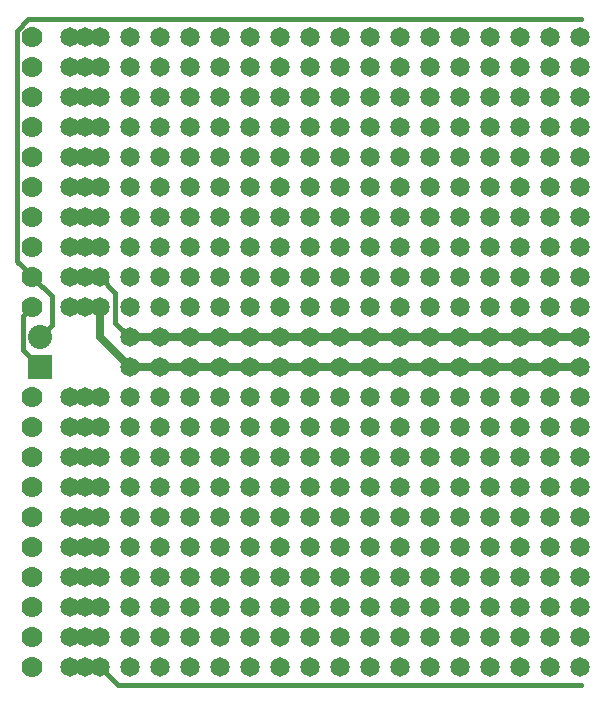
<source format=gbr>
%FSLAX46Y46*%
G04 Gerber Fmt 4.6, Leading zero omitted, Abs format (unit mm)*
G04 Created by KiCad (PCBNEW (2014-08-29 BZR 5106)-product) date Tue 04 Nov 2014 10:58:54 AM PST*
%MOMM*%
G01*
G04 APERTURE LIST*
%ADD10C,0.100000*%
%ADD11R,2.032000X2.032000*%
%ADD12O,2.032000X2.032000*%
%ADD13C,1.778000*%
%ADD14C,1.651000*%
%ADD15C,0.381000*%
%ADD16C,0.635000*%
G04 APERTURE END LIST*
D10*
D11*
X104140000Y-99060000D03*
D12*
X104140000Y-96520000D03*
D13*
X103505000Y-124460000D03*
X103505000Y-121920000D03*
X103505000Y-119380000D03*
X103505000Y-116840000D03*
X103505000Y-114300000D03*
X103505000Y-111760000D03*
X103505000Y-109220000D03*
X103505000Y-106680000D03*
X103505000Y-104140000D03*
X103505000Y-101600000D03*
X103505000Y-93980000D03*
X103505000Y-91440000D03*
X103505000Y-88900000D03*
X103505000Y-86360000D03*
X103505000Y-83820000D03*
X103505000Y-81280000D03*
X103505000Y-78740000D03*
X103505000Y-76200000D03*
X103505000Y-73660000D03*
X103505000Y-71120000D03*
D14*
X111760000Y-124460000D03*
X111760000Y-121920000D03*
X111760000Y-119380000D03*
X111760000Y-116840000D03*
X111760000Y-114300000D03*
X111760000Y-111760000D03*
X111760000Y-109220000D03*
X111760000Y-106680000D03*
X111760000Y-104140000D03*
X111760000Y-101600000D03*
X111760000Y-99060000D03*
X111760000Y-96520000D03*
X111760000Y-93980000D03*
X111760000Y-91440000D03*
X111760000Y-88900000D03*
X111760000Y-86360000D03*
X111760000Y-83820000D03*
X111760000Y-81280000D03*
X111760000Y-78740000D03*
X111760000Y-76200000D03*
X111760000Y-73660000D03*
X111760000Y-71120000D03*
X114300000Y-124460000D03*
X114300000Y-121920000D03*
X114300000Y-119380000D03*
X114300000Y-116840000D03*
X114300000Y-114300000D03*
X114300000Y-111760000D03*
X114300000Y-109220000D03*
X114300000Y-106680000D03*
X114300000Y-104140000D03*
X114300000Y-101600000D03*
X114300000Y-99060000D03*
X114300000Y-96520000D03*
X114300000Y-93980000D03*
X114300000Y-91440000D03*
X114300000Y-88900000D03*
X114300000Y-86360000D03*
X114300000Y-83820000D03*
X114300000Y-81280000D03*
X114300000Y-78740000D03*
X114300000Y-76200000D03*
X114300000Y-73660000D03*
X114300000Y-71120000D03*
X116840000Y-124460000D03*
X116840000Y-121920000D03*
X116840000Y-119380000D03*
X116840000Y-116840000D03*
X116840000Y-114300000D03*
X116840000Y-111760000D03*
X116840000Y-109220000D03*
X116840000Y-106680000D03*
X116840000Y-104140000D03*
X116840000Y-101600000D03*
X116840000Y-99060000D03*
X116840000Y-96520000D03*
X116840000Y-93980000D03*
X116840000Y-91440000D03*
X116840000Y-88900000D03*
X116840000Y-86360000D03*
X116840000Y-83820000D03*
X116840000Y-81280000D03*
X116840000Y-78740000D03*
X116840000Y-76200000D03*
X116840000Y-73660000D03*
X116840000Y-71120000D03*
X119380000Y-124460000D03*
X119380000Y-121920000D03*
X119380000Y-119380000D03*
X119380000Y-116840000D03*
X119380000Y-114300000D03*
X119380000Y-111760000D03*
X119380000Y-109220000D03*
X119380000Y-106680000D03*
X119380000Y-104140000D03*
X119380000Y-101600000D03*
X119380000Y-99060000D03*
X119380000Y-96520000D03*
X119380000Y-93980000D03*
X119380000Y-91440000D03*
X119380000Y-88900000D03*
X119380000Y-86360000D03*
X119380000Y-83820000D03*
X119380000Y-81280000D03*
X119380000Y-78740000D03*
X119380000Y-76200000D03*
X119380000Y-73660000D03*
X119380000Y-71120000D03*
X121920000Y-124460000D03*
X121920000Y-121920000D03*
X121920000Y-119380000D03*
X121920000Y-116840000D03*
X121920000Y-114300000D03*
X121920000Y-111760000D03*
X121920000Y-109220000D03*
X121920000Y-106680000D03*
X121920000Y-104140000D03*
X121920000Y-101600000D03*
X121920000Y-99060000D03*
X121920000Y-96520000D03*
X121920000Y-93980000D03*
X121920000Y-91440000D03*
X121920000Y-88900000D03*
X121920000Y-86360000D03*
X121920000Y-83820000D03*
X121920000Y-81280000D03*
X121920000Y-78740000D03*
X121920000Y-76200000D03*
X121920000Y-73660000D03*
X121920000Y-71120000D03*
X124460000Y-124460000D03*
X124460000Y-121920000D03*
X124460000Y-119380000D03*
X124460000Y-116840000D03*
X124460000Y-114300000D03*
X124460000Y-111760000D03*
X124460000Y-109220000D03*
X124460000Y-106680000D03*
X124460000Y-104140000D03*
X124460000Y-101600000D03*
X124460000Y-99060000D03*
X124460000Y-96520000D03*
X124460000Y-93980000D03*
X124460000Y-91440000D03*
X124460000Y-88900000D03*
X124460000Y-86360000D03*
X124460000Y-83820000D03*
X124460000Y-81280000D03*
X124460000Y-78740000D03*
X124460000Y-76200000D03*
X124460000Y-73660000D03*
X124460000Y-71120000D03*
X127000000Y-124460000D03*
X127000000Y-121920000D03*
X127000000Y-119380000D03*
X127000000Y-116840000D03*
X127000000Y-114300000D03*
X127000000Y-111760000D03*
X127000000Y-109220000D03*
X127000000Y-106680000D03*
X127000000Y-104140000D03*
X127000000Y-101600000D03*
X127000000Y-99060000D03*
X127000000Y-96520000D03*
X127000000Y-93980000D03*
X127000000Y-91440000D03*
X127000000Y-88900000D03*
X127000000Y-86360000D03*
X127000000Y-83820000D03*
X127000000Y-81280000D03*
X127000000Y-78740000D03*
X127000000Y-76200000D03*
X127000000Y-73660000D03*
X127000000Y-71120000D03*
X129540000Y-124460000D03*
X129540000Y-121920000D03*
X129540000Y-119380000D03*
X129540000Y-116840000D03*
X129540000Y-114300000D03*
X129540000Y-111760000D03*
X129540000Y-109220000D03*
X129540000Y-106680000D03*
X129540000Y-104140000D03*
X129540000Y-101600000D03*
X129540000Y-99060000D03*
X129540000Y-96520000D03*
X129540000Y-93980000D03*
X129540000Y-91440000D03*
X129540000Y-88900000D03*
X129540000Y-86360000D03*
X129540000Y-83820000D03*
X129540000Y-81280000D03*
X129540000Y-78740000D03*
X129540000Y-76200000D03*
X129540000Y-73660000D03*
X129540000Y-71120000D03*
X132080000Y-124460000D03*
X132080000Y-121920000D03*
X132080000Y-119380000D03*
X132080000Y-116840000D03*
X132080000Y-114300000D03*
X132080000Y-111760000D03*
X132080000Y-109220000D03*
X132080000Y-106680000D03*
X132080000Y-104140000D03*
X132080000Y-101600000D03*
X132080000Y-99060000D03*
X132080000Y-96520000D03*
X132080000Y-93980000D03*
X132080000Y-91440000D03*
X132080000Y-88900000D03*
X132080000Y-86360000D03*
X132080000Y-83820000D03*
X132080000Y-81280000D03*
X132080000Y-78740000D03*
X132080000Y-76200000D03*
X132080000Y-73660000D03*
X132080000Y-71120000D03*
X134620000Y-124460000D03*
X134620000Y-121920000D03*
X134620000Y-119380000D03*
X134620000Y-116840000D03*
X134620000Y-114300000D03*
X134620000Y-111760000D03*
X134620000Y-109220000D03*
X134620000Y-106680000D03*
X134620000Y-104140000D03*
X134620000Y-101600000D03*
X134620000Y-99060000D03*
X134620000Y-96520000D03*
X134620000Y-93980000D03*
X134620000Y-91440000D03*
X134620000Y-88900000D03*
X134620000Y-86360000D03*
X134620000Y-83820000D03*
X134620000Y-81280000D03*
X134620000Y-78740000D03*
X134620000Y-76200000D03*
X134620000Y-73660000D03*
X134620000Y-71120000D03*
X137160000Y-124460000D03*
X137160000Y-121920000D03*
X137160000Y-119380000D03*
X137160000Y-116840000D03*
X137160000Y-114300000D03*
X137160000Y-111760000D03*
X137160000Y-109220000D03*
X137160000Y-106680000D03*
X137160000Y-104140000D03*
X137160000Y-101600000D03*
X137160000Y-99060000D03*
X137160000Y-96520000D03*
X137160000Y-93980000D03*
X137160000Y-91440000D03*
X137160000Y-88900000D03*
X137160000Y-86360000D03*
X137160000Y-83820000D03*
X137160000Y-81280000D03*
X137160000Y-78740000D03*
X137160000Y-76200000D03*
X137160000Y-73660000D03*
X137160000Y-71120000D03*
X139700000Y-124460000D03*
X139700000Y-121920000D03*
X139700000Y-119380000D03*
X139700000Y-116840000D03*
X139700000Y-114300000D03*
X139700000Y-111760000D03*
X139700000Y-109220000D03*
X139700000Y-106680000D03*
X139700000Y-104140000D03*
X139700000Y-101600000D03*
X139700000Y-99060000D03*
X139700000Y-96520000D03*
X139700000Y-93980000D03*
X139700000Y-91440000D03*
X139700000Y-88900000D03*
X139700000Y-86360000D03*
X139700000Y-83820000D03*
X139700000Y-81280000D03*
X139700000Y-78740000D03*
X139700000Y-76200000D03*
X139700000Y-73660000D03*
X139700000Y-71120000D03*
X142240000Y-124460000D03*
X142240000Y-121920000D03*
X142240000Y-119380000D03*
X142240000Y-116840000D03*
X142240000Y-114300000D03*
X142240000Y-111760000D03*
X142240000Y-109220000D03*
X142240000Y-106680000D03*
X142240000Y-104140000D03*
X142240000Y-101600000D03*
X142240000Y-99060000D03*
X142240000Y-96520000D03*
X142240000Y-93980000D03*
X142240000Y-91440000D03*
X142240000Y-88900000D03*
X142240000Y-86360000D03*
X142240000Y-83820000D03*
X142240000Y-81280000D03*
X142240000Y-78740000D03*
X142240000Y-76200000D03*
X142240000Y-73660000D03*
X142240000Y-71120000D03*
X144780000Y-124460000D03*
X144780000Y-121920000D03*
X144780000Y-119380000D03*
X144780000Y-116840000D03*
X144780000Y-114300000D03*
X144780000Y-111760000D03*
X144780000Y-109220000D03*
X144780000Y-106680000D03*
X144780000Y-104140000D03*
X144780000Y-101600000D03*
X144780000Y-99060000D03*
X144780000Y-96520000D03*
X144780000Y-93980000D03*
X144780000Y-91440000D03*
X144780000Y-88900000D03*
X144780000Y-86360000D03*
X144780000Y-83820000D03*
X144780000Y-81280000D03*
X144780000Y-78740000D03*
X144780000Y-76200000D03*
X144780000Y-73660000D03*
X144780000Y-71120000D03*
X147320000Y-124460000D03*
X147320000Y-121920000D03*
X147320000Y-119380000D03*
X147320000Y-116840000D03*
X147320000Y-114300000D03*
X147320000Y-111760000D03*
X147320000Y-109220000D03*
X147320000Y-106680000D03*
X147320000Y-104140000D03*
X147320000Y-101600000D03*
X147320000Y-99060000D03*
X147320000Y-96520000D03*
X147320000Y-93980000D03*
X147320000Y-91440000D03*
X147320000Y-88900000D03*
X147320000Y-86360000D03*
X147320000Y-83820000D03*
X147320000Y-81280000D03*
X147320000Y-78740000D03*
X147320000Y-76200000D03*
X147320000Y-73660000D03*
X147320000Y-71120000D03*
X149860000Y-124460000D03*
X149860000Y-121920000D03*
X149860000Y-119380000D03*
X149860000Y-116840000D03*
X149860000Y-114300000D03*
X149860000Y-111760000D03*
X149860000Y-109220000D03*
X149860000Y-106680000D03*
X149860000Y-104140000D03*
X149860000Y-101600000D03*
X149860000Y-99060000D03*
X149860000Y-96520000D03*
X149860000Y-93980000D03*
X149860000Y-91440000D03*
X149860000Y-88900000D03*
X149860000Y-86360000D03*
X149860000Y-83820000D03*
X149860000Y-81280000D03*
X149860000Y-78740000D03*
X149860000Y-76200000D03*
X149860000Y-73660000D03*
X149860000Y-71120000D03*
X109220000Y-124460000D03*
X109220000Y-121920000D03*
X109220000Y-119380000D03*
X109220000Y-116840000D03*
X109220000Y-114300000D03*
X109220000Y-111760000D03*
X109220000Y-109220000D03*
X109220000Y-106680000D03*
X109220000Y-104140000D03*
X109220000Y-101600000D03*
X109220000Y-93980000D03*
X109220000Y-91440000D03*
X109220000Y-88900000D03*
X109220000Y-86360000D03*
X109220000Y-83820000D03*
X109220000Y-81280000D03*
X109220000Y-78740000D03*
X109220000Y-76200000D03*
X109220000Y-73660000D03*
X109220000Y-71120000D03*
X106680000Y-124460000D03*
X106680000Y-121920000D03*
X106680000Y-119380000D03*
X106680000Y-116840000D03*
X106680000Y-114300000D03*
X106680000Y-111760000D03*
X106680000Y-109220000D03*
X106680000Y-106680000D03*
X106680000Y-104140000D03*
X106680000Y-101600000D03*
X106680000Y-93980000D03*
X106680000Y-91440000D03*
X106680000Y-88900000D03*
X106680000Y-86360000D03*
X106680000Y-83820000D03*
X106680000Y-81280000D03*
X106680000Y-78740000D03*
X106680000Y-76200000D03*
X106680000Y-73660000D03*
X106680000Y-71120000D03*
X107950000Y-124460000D03*
X107950000Y-121920000D03*
X107950000Y-119380000D03*
X107950000Y-116840000D03*
X107950000Y-114300000D03*
X107950000Y-111760000D03*
X107950000Y-109220000D03*
X107950000Y-106680000D03*
X107950000Y-104140000D03*
X107950000Y-101600000D03*
X107950000Y-93980000D03*
X107950000Y-91440000D03*
X107950000Y-88900000D03*
X107950000Y-86360000D03*
X107950000Y-83820000D03*
X107950000Y-81280000D03*
X107950000Y-78740000D03*
X107950000Y-76200000D03*
X107950000Y-73660000D03*
X107950000Y-71120000D03*
D15*
X110744000Y-125984000D02*
X149987000Y-125984000D01*
X109220000Y-124460000D02*
X110744000Y-125984000D01*
D16*
X109220000Y-93980000D02*
X109220000Y-96520000D01*
X109220000Y-96520000D02*
X111760000Y-99060000D01*
X149860000Y-99060000D02*
X111760000Y-99060000D01*
D15*
X104140000Y-99060000D02*
X102692199Y-97612199D01*
X102692199Y-97612199D02*
X102692199Y-94792801D01*
X102692199Y-94792801D02*
X102743001Y-94741999D01*
X102743001Y-94741999D02*
X103505000Y-93980000D01*
D16*
X111760000Y-96520000D02*
X149860000Y-96520000D01*
D15*
X109220000Y-91440000D02*
X110540799Y-92760799D01*
X110540799Y-92760799D02*
X110540799Y-95300799D01*
X110540799Y-95300799D02*
X111760000Y-96520000D01*
X102311199Y-90246199D02*
X102184200Y-90119200D01*
X102184200Y-90119200D02*
X102184200Y-70586600D01*
X102184200Y-70586600D02*
X103174800Y-69596000D01*
X103174800Y-69596000D02*
X149987000Y-69596000D01*
X103505000Y-91440000D02*
X102362000Y-90297000D01*
X103505000Y-91440000D02*
X105155999Y-93090999D01*
X105155999Y-93090999D02*
X105155999Y-95504001D01*
X105155999Y-95504001D02*
X104140000Y-96520000D01*
M02*

</source>
